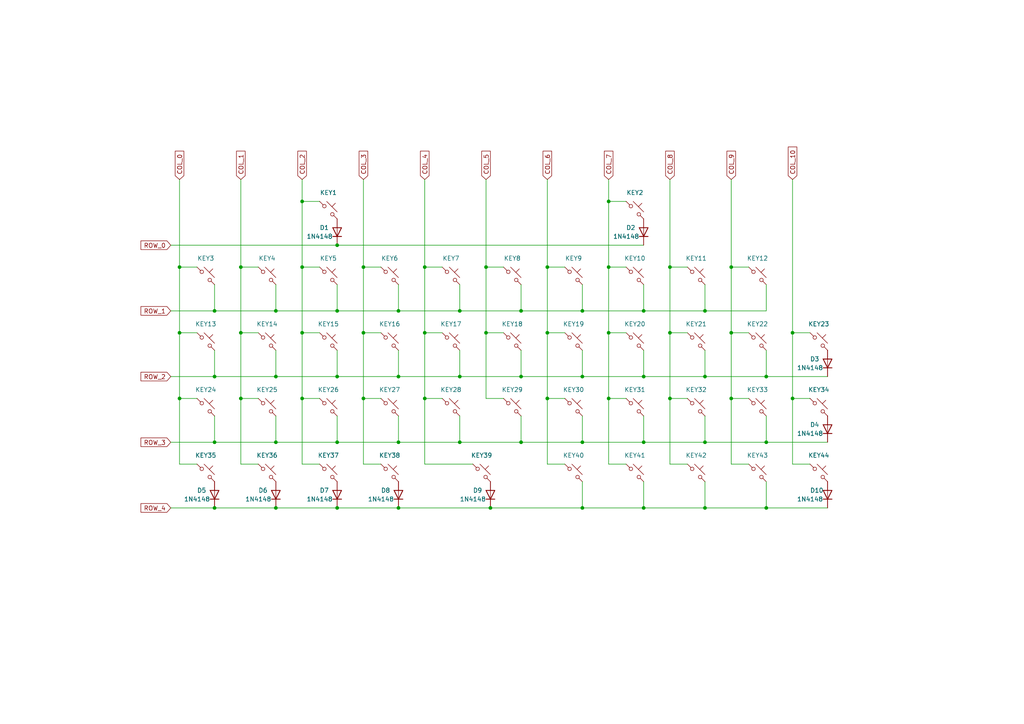
<source format=kicad_sch>
(kicad_sch (version 20230121) (generator eeschema)
  (paper "A4")
  (lib_symbols
    (symbol "Diode:1N4148" (pin_numbers hide) (pin_names (offset 1.016) hide)
      (property "Reference" "D" (at 0 2.54 0))
      (property "Value" "1N4148" (at 0 -2.54 0))
      (symbol "1N4148_0_1"
        (polyline (pts (xy -1.27 1.27) (xy -1.27 -1.27)) (stroke (width 0.254)))
        (polyline (pts (xy 1.27 0) (xy -1.27 0)))
        (polyline (pts (xy 1.27 1.27) (xy 1.27 -1.27) (xy -1.27 0) (xy 1.27 1.27)) (stroke (width 0.254)))
      )
      (symbol "1N4148_1_1"
        (pin passive line (at -3.81 0 0) (length 2.54) (name "K") (number "1"))
        (pin passive line (at 3.81 0 180) (length 2.54) (name "A") (number "2"))
      )
    )
    (symbol "Switch:SW_Push_45deg" (pin_numbers hide) (pin_names (offset 1.016) hide)
      (property "Reference" "SW" (at 3.048 1.016 0))
      (property "Value" "SW_Push_45deg" (at 0 -3.81 0))
      (symbol "SW_Push_45deg_0_1"
        (circle (center -1.1684 1.1684) (radius 0.508))
        (polyline (pts (xy -0.508 2.54) (xy 2.54 -0.508)))
        (polyline (pts (xy 1.016 1.016) (xy 2.032 2.032)))
        (polyline (pts (xy -2.54 2.54) (xy -1.524 1.524) (xy -1.524 1.524)))
        (polyline (pts (xy 1.524 -1.524) (xy 2.54 -2.54) (xy 2.54 -2.54) (xy 2.54 -2.54)))
        (circle (center 1.143 -1.1938) (radius 0.508))
        (pin passive line (at -2.54 2.54 0) (length 0) (name "1") (number "1"))
        (pin passive line (at 2.54 -2.54 180) (length 0) (name "2") (number "2"))
      )
    )
  )
  (junction (at 176.53 115.57))
  (junction (at 158.75 77.47))
  (junction (at 140.97 77.47))
  (junction (at 133.35 90.17))
  (junction (at 151.13 109.22))
  (junction (at 97.79 90.17))
  (junction (at 168.91 90.17))
  (junction (at 52.07 115.57))
  (junction (at 222.25 109.22))
  (junction (at 105.41 77.47))
  (junction (at 176.53 77.47))
  (junction (at 62.23 147.32))
  (junction (at 194.31 77.47))
  (junction (at 186.69 90.17))
  (junction (at 212.09 115.57))
  (junction (at 123.19 96.52))
  (junction (at 52.07 96.52))
  (junction (at 229.87 115.57))
  (junction (at 80.01 90.17))
  (junction (at 97.79 109.22))
  (junction (at 115.57 128.27))
  (junction (at 62.23 109.22))
  (junction (at 62.23 90.17))
  (junction (at 168.91 147.32))
  (junction (at 186.69 147.32))
  (junction (at 168.91 128.27))
  (junction (at 62.23 128.27))
  (junction (at 168.91 109.22))
  (junction (at 80.01 109.22))
  (junction (at 69.85 77.47))
  (junction (at 123.19 77.47))
  (junction (at 80.01 128.27))
  (junction (at 222.25 147.32))
  (junction (at 212.09 96.52))
  (junction (at 229.87 96.52))
  (junction (at 140.97 96.52))
  (junction (at 105.41 96.52))
  (junction (at 194.31 96.52))
  (junction (at 204.47 128.27))
  (junction (at 133.35 109.22))
  (junction (at 186.69 128.27))
  (junction (at 105.41 115.57))
  (junction (at 52.07 77.47))
  (junction (at 176.53 96.52))
  (junction (at 212.09 77.47))
  (junction (at 115.57 90.17))
  (junction (at 97.79 71.12))
  (junction (at 158.75 115.57))
  (junction (at 176.53 58.42))
  (junction (at 151.13 90.17))
  (junction (at 158.75 96.52))
  (junction (at 151.13 128.27))
  (junction (at 87.63 96.52))
  (junction (at 80.01 147.32))
  (junction (at 97.79 147.32))
  (junction (at 87.63 58.42))
  (junction (at 69.85 115.57))
  (junction (at 115.57 109.22))
  (junction (at 87.63 77.47))
  (junction (at 204.47 109.22))
  (junction (at 115.57 147.32))
  (junction (at 133.35 128.27))
  (junction (at 142.24 147.32))
  (junction (at 87.63 115.57))
  (junction (at 123.19 115.57))
  (junction (at 204.47 147.32))
  (junction (at 204.47 90.17))
  (junction (at 69.85 96.52))
  (junction (at 222.25 128.27))
  (junction (at 194.31 115.57))
  (junction (at 97.79 128.27))
  (junction (at 186.69 109.22))
  (wire (pts (xy 87.63 58.42) (xy 87.63 77.47)))
  (wire (pts (xy 204.47 109.22) (xy 222.25 109.22)))
  (wire (pts (xy 80.01 128.27) (xy 97.79 128.27)))
  (wire (pts (xy 97.79 147.32) (xy 115.57 147.32)))
  (wire (pts (xy 212.09 52.07) (xy 212.09 77.47)))
  (wire (pts (xy 222.25 109.22) (xy 240.03 109.22)))
  (wire (pts (xy 123.19 52.07) (xy 123.19 77.47)))
  (wire (pts (xy 52.07 96.52) (xy 52.07 115.57)))
  (wire (pts (xy 140.97 52.07) (xy 140.97 77.47)))
  (wire (pts (xy 52.07 115.57) (xy 52.07 134.62)))
  (wire (pts (xy 168.91 147.32) (xy 186.69 147.32)))
  (wire (pts (xy 212.09 96.52) (xy 212.09 115.57)))
  (wire (pts (xy 142.24 147.32) (xy 168.91 147.32)))
  (wire (pts (xy 97.79 82.55) (xy 97.79 90.17)))
  (wire (pts (xy 176.53 52.07) (xy 176.53 58.42)))
  (wire (pts (xy 222.25 101.6) (xy 222.25 109.22)))
  (wire (pts (xy 105.41 115.57) (xy 110.49 115.57)))
  (wire (pts (xy 194.31 96.52) (xy 199.39 96.52)))
  (wire (pts (xy 49.53 109.22) (xy 62.23 109.22)))
  (wire (pts (xy 123.19 77.47) (xy 128.27 77.47)))
  (wire (pts (xy 123.19 134.62) (xy 137.16 134.62)))
  (wire (pts (xy 204.47 120.65) (xy 204.47 128.27)))
  (wire (pts (xy 49.53 128.27) (xy 62.23 128.27)))
  (wire (pts (xy 140.97 115.57) (xy 146.05 115.57)))
  (wire (pts (xy 140.97 96.52) (xy 140.97 115.57)))
  (wire (pts (xy 52.07 115.57) (xy 57.15 115.57)))
  (wire (pts (xy 140.97 96.52) (xy 146.05 96.52)))
  (wire (pts (xy 158.75 96.52) (xy 158.75 115.57)))
  (wire (pts (xy 115.57 82.55) (xy 115.57 90.17)))
  (wire (pts (xy 80.01 82.55) (xy 80.01 90.17)))
  (wire (pts (xy 176.53 58.42) (xy 181.61 58.42)))
  (wire (pts (xy 52.07 77.47) (xy 57.15 77.47)))
  (wire (pts (xy 123.19 77.47) (xy 123.19 96.52)))
  (wire (pts (xy 151.13 120.65) (xy 151.13 128.27)))
  (wire (pts (xy 176.53 134.62) (xy 181.61 134.62)))
  (wire (pts (xy 80.01 147.32) (xy 97.79 147.32)))
  (wire (pts (xy 105.41 96.52) (xy 105.41 115.57)))
  (wire (pts (xy 105.41 77.47) (xy 110.49 77.47)))
  (wire (pts (xy 97.79 120.65) (xy 97.79 128.27)))
  (wire (pts (xy 229.87 115.57) (xy 229.87 134.62)))
  (wire (pts (xy 158.75 134.62) (xy 163.83 134.62)))
  (wire (pts (xy 212.09 96.52) (xy 217.17 96.52)))
  (wire (pts (xy 186.69 139.7) (xy 186.69 147.32)))
  (wire (pts (xy 186.69 82.55) (xy 186.69 90.17)))
  (wire (pts (xy 52.07 134.62) (xy 57.15 134.62)))
  (wire (pts (xy 212.09 134.62) (xy 217.17 134.62)))
  (wire (pts (xy 158.75 96.52) (xy 163.83 96.52)))
  (wire (pts (xy 80.01 120.65) (xy 80.01 128.27)))
  (wire (pts (xy 115.57 109.22) (xy 133.35 109.22)))
  (wire (pts (xy 115.57 101.6) (xy 115.57 109.22)))
  (wire (pts (xy 69.85 115.57) (xy 69.85 134.62)))
  (wire (pts (xy 62.23 147.32) (xy 80.01 147.32)))
  (wire (pts (xy 87.63 77.47) (xy 92.71 77.47)))
  (wire (pts (xy 176.53 96.52) (xy 181.61 96.52)))
  (wire (pts (xy 168.91 120.65) (xy 168.91 128.27)))
  (wire (pts (xy 151.13 90.17) (xy 168.91 90.17)))
  (wire (pts (xy 229.87 52.07) (xy 229.87 96.52)))
  (wire (pts (xy 115.57 128.27) (xy 133.35 128.27)))
  (wire (pts (xy 204.47 139.7) (xy 204.47 147.32)))
  (wire (pts (xy 168.91 101.6) (xy 168.91 109.22)))
  (wire (pts (xy 222.25 128.27) (xy 240.03 128.27)))
  (wire (pts (xy 140.97 77.47) (xy 140.97 96.52)))
  (wire (pts (xy 151.13 109.22) (xy 168.91 109.22)))
  (wire (pts (xy 69.85 77.47) (xy 74.93 77.47)))
  (wire (pts (xy 212.09 115.57) (xy 212.09 134.62)))
  (wire (pts (xy 69.85 77.47) (xy 69.85 96.52)))
  (wire (pts (xy 87.63 96.52) (xy 92.71 96.52)))
  (wire (pts (xy 212.09 77.47) (xy 217.17 77.47)))
  (wire (pts (xy 186.69 101.6) (xy 186.69 109.22)))
  (wire (pts (xy 229.87 96.52) (xy 234.95 96.52)))
  (wire (pts (xy 105.41 134.62) (xy 110.49 134.62)))
  (wire (pts (xy 123.19 96.52) (xy 123.19 115.57)))
  (wire (pts (xy 194.31 134.62) (xy 199.39 134.62)))
  (wire (pts (xy 52.07 77.47) (xy 52.07 96.52)))
  (wire (pts (xy 194.31 77.47) (xy 194.31 96.52)))
  (wire (pts (xy 151.13 128.27) (xy 168.91 128.27)))
  (wire (pts (xy 194.31 77.47) (xy 199.39 77.47)))
  (wire (pts (xy 229.87 96.52) (xy 229.87 115.57)))
  (wire (pts (xy 69.85 96.52) (xy 69.85 115.57)))
  (wire (pts (xy 168.91 139.7) (xy 168.91 147.32)))
  (wire (pts (xy 176.53 58.42) (xy 176.53 77.47)))
  (wire (pts (xy 62.23 90.17) (xy 80.01 90.17)))
  (wire (pts (xy 97.79 128.27) (xy 115.57 128.27)))
  (wire (pts (xy 62.23 128.27) (xy 80.01 128.27)))
  (wire (pts (xy 97.79 101.6) (xy 97.79 109.22)))
  (wire (pts (xy 168.91 128.27) (xy 186.69 128.27)))
  (wire (pts (xy 176.53 115.57) (xy 176.53 134.62)))
  (wire (pts (xy 97.79 109.22) (xy 115.57 109.22)))
  (wire (pts (xy 62.23 120.65) (xy 62.23 128.27)))
  (wire (pts (xy 176.53 77.47) (xy 181.61 77.47)))
  (wire (pts (xy 62.23 101.6) (xy 62.23 109.22)))
  (wire (pts (xy 212.09 77.47) (xy 212.09 96.52)))
  (wire (pts (xy 87.63 115.57) (xy 92.71 115.57)))
  (wire (pts (xy 115.57 90.17) (xy 133.35 90.17)))
  (wire (pts (xy 69.85 134.62) (xy 74.93 134.62)))
  (wire (pts (xy 133.35 90.17) (xy 151.13 90.17)))
  (wire (pts (xy 222.25 139.7) (xy 222.25 147.32)))
  (wire (pts (xy 105.41 52.07) (xy 105.41 77.47)))
  (wire (pts (xy 49.53 71.12) (xy 97.79 71.12)))
  (wire (pts (xy 69.85 115.57) (xy 74.93 115.57)))
  (wire (pts (xy 123.19 96.52) (xy 128.27 96.52)))
  (wire (pts (xy 52.07 52.07) (xy 52.07 77.47)))
  (wire (pts (xy 222.25 120.65) (xy 222.25 128.27)))
  (wire (pts (xy 194.31 96.52) (xy 194.31 115.57)))
  (wire (pts (xy 62.23 109.22) (xy 80.01 109.22)))
  (wire (pts (xy 204.47 82.55) (xy 204.47 90.17)))
  (wire (pts (xy 133.35 128.27) (xy 151.13 128.27)))
  (wire (pts (xy 80.01 90.17) (xy 97.79 90.17)))
  (wire (pts (xy 52.07 96.52) (xy 57.15 96.52)))
  (wire (pts (xy 151.13 82.55) (xy 151.13 90.17)))
  (wire (pts (xy 186.69 109.22) (xy 204.47 109.22)))
  (wire (pts (xy 97.79 90.17) (xy 115.57 90.17)))
  (wire (pts (xy 158.75 77.47) (xy 163.83 77.47)))
  (wire (pts (xy 222.25 147.32) (xy 240.03 147.32)))
  (wire (pts (xy 194.31 52.07) (xy 194.31 77.47)))
  (wire (pts (xy 133.35 82.55) (xy 133.35 90.17)))
  (wire (pts (xy 69.85 52.07) (xy 69.85 77.47)))
  (wire (pts (xy 133.35 101.6) (xy 133.35 109.22)))
  (wire (pts (xy 176.53 77.47) (xy 176.53 96.52)))
  (wire (pts (xy 204.47 128.27) (xy 222.25 128.27)))
  (wire (pts (xy 123.19 115.57) (xy 123.19 134.62)))
  (wire (pts (xy 158.75 115.57) (xy 163.83 115.57)))
  (wire (pts (xy 151.13 101.6) (xy 151.13 109.22)))
  (wire (pts (xy 49.53 90.17) (xy 62.23 90.17)))
  (wire (pts (xy 87.63 77.47) (xy 87.63 96.52)))
  (wire (pts (xy 133.35 120.65) (xy 133.35 128.27)))
  (wire (pts (xy 87.63 115.57) (xy 87.63 134.62)))
  (wire (pts (xy 194.31 115.57) (xy 194.31 134.62)))
  (wire (pts (xy 133.35 109.22) (xy 151.13 109.22)))
  (wire (pts (xy 62.23 82.55) (xy 62.23 90.17)))
  (wire (pts (xy 204.47 147.32) (xy 222.25 147.32)))
  (wire (pts (xy 186.69 128.27) (xy 204.47 128.27)))
  (wire (pts (xy 87.63 134.62) (xy 92.71 134.62)))
  (wire (pts (xy 229.87 134.62) (xy 234.95 134.62)))
  (wire (pts (xy 105.41 115.57) (xy 105.41 134.62)))
  (wire (pts (xy 194.31 115.57) (xy 199.39 115.57)))
  (wire (pts (xy 212.09 115.57) (xy 217.17 115.57)))
  (wire (pts (xy 80.01 101.6) (xy 80.01 109.22)))
  (wire (pts (xy 87.63 58.42) (xy 92.71 58.42)))
  (wire (pts (xy 87.63 52.07) (xy 87.63 58.42)))
  (wire (pts (xy 186.69 147.32) (xy 204.47 147.32)))
  (wire (pts (xy 80.01 109.22) (xy 97.79 109.22)))
  (wire (pts (xy 97.79 71.12) (xy 186.69 71.12)))
  (wire (pts (xy 229.87 115.57) (xy 234.95 115.57)))
  (wire (pts (xy 140.97 77.47) (xy 146.05 77.47)))
  (wire (pts (xy 168.91 109.22) (xy 186.69 109.22)))
  (wire (pts (xy 204.47 90.17) (xy 222.25 90.17)))
  (wire (pts (xy 158.75 77.47) (xy 158.75 96.52)))
  (wire (pts (xy 222.25 82.55) (xy 222.25 90.17)))
  (wire (pts (xy 186.69 120.65) (xy 186.69 128.27)))
  (wire (pts (xy 186.69 90.17) (xy 204.47 90.17)))
  (wire (pts (xy 87.63 96.52) (xy 87.63 115.57)))
  (wire (pts (xy 168.91 90.17) (xy 186.69 90.17)))
  (wire (pts (xy 168.91 82.55) (xy 168.91 90.17)))
  (wire (pts (xy 204.47 101.6) (xy 204.47 109.22)))
  (wire (pts (xy 105.41 77.47) (xy 105.41 96.52)))
  (wire (pts (xy 158.75 52.07) (xy 158.75 77.47)))
  (wire (pts (xy 115.57 147.32) (xy 142.24 147.32)))
  (wire (pts (xy 123.19 115.57) (xy 128.27 115.57)))
  (wire (pts (xy 158.75 115.57) (xy 158.75 134.62)))
  (wire (pts (xy 49.53 147.32) (xy 62.23 147.32)))
  (wire (pts (xy 176.53 115.57) (xy 181.61 115.57)))
  (wire (pts (xy 69.85 96.52) (xy 74.93 96.52)))
  (wire (pts (xy 105.41 96.52) (xy 110.49 96.52)))
  (wire (pts (xy 176.53 96.52) (xy 176.53 115.57)))
  (wire (pts (xy 115.57 120.65) (xy 115.57 128.27)))
  (global_label "ROW_0" (shape input) (at 49.53 71.12 180) (property "Intersheetrefs" "${INTERSHEET_REFS}" (effects hide)))
  (global_label "COL_8" (shape input) (at 194.31 52.07 90) (property "Intersheetrefs" "${INTERSHEET_REFS}" (effects hide)))
  (global_label "COL_3" (shape input) (at 105.41 52.07 90) (property "Intersheetrefs" "${INTERSHEET_REFS}" (effects hide)))
  (global_label "COL_9" (shape input) (at 212.09 52.07 90) (property "Intersheetrefs" "${INTERSHEET_REFS}" (effects hide)))
  (global_label "COL_2" (shape input) (at 87.63 52.07 90) (property "Intersheetrefs" "${INTERSHEET_REFS}" (effects hide)))
  (global_label "COL_5" (shape input) (at 140.97 52.07 90) (property "Intersheetrefs" "${INTERSHEET_REFS}" (effects hide)))
  (global_label "ROW_3" (shape input) (at 49.53 128.27 180) (property "Intersheetrefs" "${INTERSHEET_REFS}" (effects hide)))
  (global_label "COL_4" (shape input) (at 123.19 52.07 90) (property "Intersheetrefs" "${INTERSHEET_REFS}" (effects hide)))
  (global_label "COL_7" (shape input) (at 176.53 52.07 90) (property "Intersheetrefs" "${INTERSHEET_REFS}" (effects hide)))
  (global_label "COL_10" (shape input) (at 229.87 52.07 90) (property "Intersheetrefs" "${INTERSHEET_REFS}" (effects hide)))
  (global_label "ROW_4" (shape input) (at 49.53 147.32 180) (property "Intersheetrefs" "${INTERSHEET_REFS}" (effects hide)))
  (global_label "ROW_1" (shape input) (at 49.53 90.17 180) (property "Intersheetrefs" "${INTERSHEET_REFS}" (effects hide)))
  (global_label "COL_0" (shape input) (at 52.07 52.07 90) (property "Intersheetrefs" "${INTERSHEET_REFS}" (effects hide)))
  (global_label "ROW_2" (shape input) (at 49.53 109.22 180) (property "Intersheetrefs" "${INTERSHEET_REFS}" (effects hide)))
  (global_label "COL_6" (shape input) (at 158.75 52.07 90) (property "Intersheetrefs" "${INTERSHEET_REFS}" (effects hide)))
  (global_label "COL_1" (shape input) (at 69.85 52.07 90) (property "Intersheetrefs" "${INTERSHEET_REFS}" (effects hide)))
  (symbol (lib_id "Switch:SW_Push_45deg") (at 130.81 99.06 0) (unit 1)
    (property "Reference" "KEY17" (at 130.81 93.98 0))
    (property "Value" "SW_Push_45deg" (effects hide))
    (property "Footprint" "Miniboard:SW_1TS015A" (effects hide))
  )
  (symbol (lib_id "Switch:SW_Push_45deg") (at 148.59 99.06 0) (unit 1)
    (property "Reference" "KEY18" (at 148.59 93.98 0))
    (property "Value" "SW_Push_45deg" (effects hide))
    (property "Footprint" "Miniboard:SW_1TS015A" (effects hide))
  )
  (symbol (lib_id "Switch:SW_Push_45deg") (at 201.93 99.06 0) (unit 1)
    (property "Reference" "KEY21" (at 201.93 93.98 0))
    (property "Value" "SW_Push_45deg" (effects hide))
    (property "Footprint" "Miniboard:SW_1TS015A" (effects hide))
  )
  (symbol (lib_id "Diode:1N4148") (at 186.69 67.31 90) (unit 1)
    (property "Reference" "D2" (at 181.61 66.04 90) (effects (justify right)))
    (property "Value" "1N4148" (at 177.8 68.58 90) (effects (justify right)))
    (property "Footprint" "Diode_SMD:D_SOD-323_HandSoldering" (effects hide))
    (property "Datasheet" "https://assets.nexperia.com/documents/data-sheet/1N4148_1N4448.pdf" (effects hide))
    (property "LCSC" "C81598" (effects hide))
    (property "MFR. Part #" "1N4148W" (effects hide))
  )
  (symbol (lib_id "Switch:SW_Push_45deg") (at 95.25 60.96 0) (unit 1)
    (property "Reference" "KEY1" (at 95.25 55.88 0))
    (property "Value" "SW_Push_45deg" (effects hide))
    (property "Footprint" "Miniboard:SW_2x4x3.5mm_side" (effects hide))
  )
  (symbol (lib_id "Diode:1N4148") (at 115.57 143.51 90) (unit 1)
    (property "Reference" "D8" (at 110.49 142.24 90) (effects (justify right)))
    (property "Value" "1N4148" (at 106.68 144.78 90) (effects (justify right)))
    (property "Footprint" "Diode_SMD:D_SOD-323_HandSoldering" (effects hide))
    (property "Datasheet" "https://assets.nexperia.com/documents/data-sheet/1N4148_1N4448.pdf" (effects hide))
    (property "LCSC" "C81598" (effects hide))
    (property "MFR. Part #" "1N4148W" (effects hide))
  )
  (symbol (lib_id "Diode:1N4148") (at 142.24 143.51 90) (unit 1)
    (property "Reference" "D9" (at 137.16 142.24 90) (effects (justify right)))
    (property "Value" "1N4148" (at 133.35 144.78 90) (effects (justify right)))
    (property "Footprint" "Diode_SMD:D_SOD-323_HandSoldering" (effects hide))
    (property "Datasheet" "https://assets.nexperia.com/documents/data-sheet/1N4148_1N4448.pdf" (effects hide))
    (property "LCSC" "C81598" (effects hide))
    (property "MFR. Part #" "1N4148W" (effects hide))
  )
  (symbol (lib_id "Switch:SW_Push_45deg") (at 95.25 118.11 0) (unit 1)
    (property "Reference" "KEY26" (at 95.25 113.03 0))
    (property "Value" "SW_Push_45deg" (effects hide))
    (property "Footprint" "Miniboard:SW_1TS015A" (effects hide))
  )
  (symbol (lib_id "Switch:SW_Push_45deg") (at 113.03 137.16 0) (unit 1)
    (property "Reference" "KEY38" (at 113.03 132.08 0))
    (property "Value" "SW_Push_45deg" (effects hide))
    (property "Footprint" "Miniboard:SW_1TS015A" (effects hide))
  )
  (symbol (lib_id "Switch:SW_Push_45deg") (at 59.69 99.06 0) (unit 1)
    (property "Reference" "KEY13" (at 59.69 93.98 0))
    (property "Value" "SW_Push_45deg" (effects hide))
    (property "Footprint" "Miniboard:SW_1TS015A" (effects hide))
  )
  (symbol (lib_id "Diode:1N4148") (at 240.03 143.51 90) (unit 1)
    (property "Reference" "D10" (at 234.95 142.24 90) (effects (justify right)))
    (property "Value" "1N4148" (at 231.14 144.78 90) (effects (justify right)))
    (property "Footprint" "Diode_SMD:D_SOD-323_HandSoldering" (effects hide))
    (property "Datasheet" "https://assets.nexperia.com/documents/data-sheet/1N4148_1N4448.pdf" (effects hide))
    (property "LCSC" "C81598" (effects hide))
    (property "MFR. Part #" "1N4148W" (effects hide))
  )
  (symbol (lib_id "Switch:SW_Push_45deg") (at 237.49 137.16 0) (unit 1)
    (property "Reference" "KEY44" (at 237.49 132.08 0))
    (property "Value" "SW_Push_45deg" (effects hide))
    (property "Footprint" "Miniboard:SW_1TS015A" (effects hide))
  )
  (symbol (lib_id "Switch:SW_Push_45deg") (at 201.93 137.16 0) (unit 1)
    (property "Reference" "KEY42" (at 201.93 132.08 0))
    (property "Value" "SW_Push_45deg" (effects hide))
    (property "Footprint" "Miniboard:SW_1TS015A" (effects hide))
  )
  (symbol (lib_id "Switch:SW_Push_45deg") (at 219.71 137.16 0) (unit 1)
    (property "Reference" "KEY43" (at 219.71 132.08 0))
    (property "Value" "SW_Push_45deg" (effects hide))
    (property "Footprint" "Miniboard:SW_1TS015A" (effects hide))
  )
  (symbol (lib_id "Switch:SW_Push_45deg") (at 201.93 118.11 0) (unit 1)
    (property "Reference" "KEY32" (at 201.93 113.03 0))
    (property "Value" "SW_Push_45deg" (effects hide))
    (property "Footprint" "Miniboard:SW_1TS015A" (effects hide))
  )
  (symbol (lib_id "Switch:SW_Push_45deg") (at 148.59 80.01 0) (unit 1)
    (property "Reference" "KEY8" (at 148.59 74.93 0))
    (property "Value" "SW_Push_45deg" (effects hide))
    (property "Footprint" "Miniboard:SW_1TS015A" (effects hide))
  )
  (symbol (lib_id "Switch:SW_Push_45deg") (at 184.15 99.06 0) (unit 1)
    (property "Reference" "KEY20" (at 184.15 93.98 0))
    (property "Value" "SW_Push_45deg" (effects hide))
    (property "Footprint" "Miniboard:SW_1TS015A" (effects hide))
  )
  (symbol (lib_id "Switch:SW_Push_45deg") (at 201.93 80.01 0) (unit 1)
    (property "Reference" "KEY11" (at 201.93 74.93 0))
    (property "Value" "SW_Push_45deg" (effects hide))
    (property "Footprint" "Miniboard:SW_1TS015A" (effects hide))
  )
  (symbol (lib_id "Diode:1N4148") (at 240.03 105.41 90) (unit 1)
    (property "Reference" "D3" (at 234.95 104.14 90) (effects (justify right)))
    (property "Value" "1N4148" (at 231.14 106.68 90) (effects (justify right)))
    (property "Footprint" "Diode_SMD:D_SOD-323_HandSoldering" (effects hide))
    (property "Datasheet" "https://assets.nexperia.com/documents/data-sheet/1N4148_1N4448.pdf" (effects hide))
    (property "LCSC" "C81598" (effects hide))
    (property "MFR. Part #" "1N4148W" (effects hide))
  )
  (symbol (lib_id "Switch:SW_Push_45deg") (at 139.7 137.16 0) (unit 1)
    (property "Reference" "KEY39" (at 139.7 132.08 0))
    (property "Value" "SW_Push_45deg" (effects hide))
    (property "Footprint" "Miniboard:SW_1TS015A" (effects hide))
  )
  (symbol (lib_id "Switch:SW_Push_45deg") (at 219.71 99.06 0) (unit 1)
    (property "Reference" "KEY22" (at 219.71 93.98 0))
    (property "Value" "SW_Push_45deg" (effects hide))
    (property "Footprint" "Miniboard:SW_1TS015A" (effects hide))
  )
  (symbol (lib_id "Switch:SW_Push_45deg") (at 77.47 118.11 0) (unit 1)
    (property "Reference" "KEY25" (at 77.47 113.03 0))
    (property "Value" "SW_Push_45deg" (effects hide))
    (property "Footprint" "Miniboard:SW_1TS015A" (effects hide))
  )
  (symbol (lib_id "Switch:SW_Push_45deg") (at 184.15 137.16 0) (unit 1)
    (property "Reference" "KEY41" (at 184.15 132.08 0))
    (property "Value" "SW_Push_45deg" (effects hide))
    (property "Footprint" "Miniboard:SW_1TS015A" (effects hide))
  )
  (symbol (lib_id "Switch:SW_Push_45deg") (at 77.47 80.01 0) (unit 1)
    (property "Reference" "KEY4" (at 77.47 74.93 0))
    (property "Value" "SW_Push_45deg" (effects hide))
    (property "Footprint" "Miniboard:SW_1TS015A" (effects hide))
  )
  (symbol (lib_id "Switch:SW_Push_45deg") (at 113.03 99.06 0) (unit 1)
    (property "Reference" "KEY16" (at 113.03 93.98 0))
    (property "Value" "SW_Push_45deg" (effects hide))
    (property "Footprint" "Miniboard:SW_1TS015A" (effects hide))
  )
  (symbol (lib_id "Diode:1N4148") (at 97.79 143.51 90) (unit 1)
    (property "Reference" "D7" (at 92.71 142.24 90) (effects (justify right)))
    (property "Value" "1N4148" (at 88.9 144.78 90) (effects (justify right)))
    (property "Footprint" "Diode_SMD:D_SOD-323_HandSoldering" (effects hide))
    (property "Datasheet" "https://assets.nexperia.com/documents/data-sheet/1N4148_1N4448.pdf" (effects hide))
    (property "LCSC" "C81598" (effects hide))
    (property "MFR. Part #" "1N4148W" (effects hide))
  )
  (symbol (lib_id "Switch:SW_Push_45deg") (at 95.25 137.16 0) (unit 1)
    (property "Reference" "KEY37" (at 95.25 132.08 0))
    (property "Value" "SW_Push_45deg" (effects hide))
    (property "Footprint" "Miniboard:SW_1TS015A" (effects hide))
  )
  (symbol (lib_id "Switch:SW_Push_45deg") (at 219.71 118.11 0) (unit 1)
    (property "Reference" "KEY33" (at 219.71 113.03 0))
    (property "Value" "SW_Push_45deg" (effects hide))
    (property "Footprint" "Miniboard:SW_1TS015A" (effects hide))
  )
  (symbol (lib_id "Switch:SW_Push_45deg") (at 166.37 99.06 0) (unit 1)
    (property "Reference" "KEY19" (at 166.37 93.98 0))
    (property "Value" "SW_Push_45deg" (effects hide))
    (property "Footprint" "Miniboard:SW_1TS015A" (effects hide))
  )
  (symbol (lib_id "Switch:SW_Push_45deg") (at 59.69 80.01 0) (unit 1)
    (property "Reference" "KEY3" (at 59.69 74.93 0))
    (property "Value" "SW_Push_45deg" (effects hide))
    (property "Footprint" "Miniboard:SW_1TS015A" (effects hide))
  )
  (symbol (lib_id "Switch:SW_Push_45deg") (at 166.37 137.16 0) (unit 1)
    (property "Reference" "KEY40" (at 166.37 132.08 0))
    (property "Value" "SW_Push_45deg" (effects hide))
    (property "Footprint" "Miniboard:SW_1TS015A" (effects hide))
  )
  (symbol (lib_id "Switch:SW_Push_45deg") (at 113.03 118.11 0) (unit 1)
    (property "Reference" "KEY27" (at 113.03 113.03 0))
    (property "Value" "SW_Push_45deg" (effects hide))
    (property "Footprint" "Miniboard:SW_1TS015A" (effects hide))
  )
  (symbol (lib_id "Switch:SW_Push_45deg") (at 219.71 80.01 0) (unit 1)
    (property "Reference" "KEY12" (at 219.71 74.93 0))
    (property "Value" "SW_Push_45deg" (effects hide))
    (property "Footprint" "Miniboard:SW_1TS015A" (effects hide))
  )
  (symbol (lib_id "Switch:SW_Push_45deg") (at 130.81 118.11 0) (unit 1)
    (property "Reference" "KEY28" (at 130.81 113.03 0))
    (property "Value" "SW_Push_45deg" (effects hide))
    (property "Footprint" "Miniboard:SW_1TS015A" (effects hide))
  )
  (symbol (lib_id "Switch:SW_Push_45deg") (at 166.37 118.11 0) (unit 1)
    (property "Reference" "KEY30" (at 166.37 113.03 0))
    (property "Value" "SW_Push_45deg" (effects hide))
    (property "Footprint" "Miniboard:SW_1TS015A" (effects hide))
  )
  (symbol (lib_id "Switch:SW_Push_45deg") (at 148.59 118.11 0) (unit 1)
    (property "Reference" "KEY29" (at 148.59 113.03 0))
    (property "Value" "SW_Push_45deg" (effects hide))
    (property "Footprint" "Miniboard:SW_1TS015A" (effects hide))
  )
  (symbol (lib_id "Diode:1N4148") (at 240.03 124.46 90) (unit 1)
    (property "Reference" "D4" (at 234.95 123.19 90) (effects (justify right)))
    (property "Value" "1N4148" (at 231.14 125.73 90) (effects (justify right)))
    (property "Footprint" "Diode_SMD:D_SOD-323_HandSoldering" (effects hide))
    (property "Datasheet" "https://assets.nexperia.com/documents/data-sheet/1N4148_1N4448.pdf" (effects hide))
    (property "LCSC" "C81598" (effects hide))
    (property "MFR. Part #" "1N4148W" (effects hide))
  )
  (symbol (lib_id "Switch:SW_Push_45deg") (at 95.25 80.01 0) (unit 1)
    (property "Reference" "KEY5" (at 95.25 74.93 0))
    (property "Value" "SW_Push_45deg" (effects hide))
    (property "Footprint" "Miniboard:SW_1TS015A" (effects hide))
  )
  (symbol (lib_id "Switch:SW_Push_45deg") (at 113.03 80.01 0) (unit 1)
    (property "Reference" "KEY6" (at 113.03 74.93 0))
    (property "Value" "SW_Push_45deg" (effects hide))
    (property "Footprint" "Miniboard:SW_1TS015A" (effects hide))
  )
  (symbol (lib_id "Switch:SW_Push_45deg") (at 184.15 60.96 0) (unit 1)
    (property "Reference" "KEY2" (at 184.15 55.88 0))
    (property "Value" "SW_Push_45deg" (effects hide))
    (property "Footprint" "Miniboard:SW_2x4x3.5mm_side" (effects hide))
  )
  (symbol (lib_id "Switch:SW_Push_45deg") (at 77.47 99.06 0) (unit 1)
    (property "Reference" "KEY14" (at 77.47 93.98 0))
    (property "Value" "SW_Push_45deg" (effects hide))
    (property "Footprint" "Miniboard:SW_1TS015A" (effects hide))
  )
  (symbol (lib_id "Switch:SW_Push_45deg") (at 184.15 118.11 0) (unit 1)
    (property "Reference" "KEY31" (at 184.15 113.03 0))
    (property "Value" "SW_Push_45deg" (effects hide))
    (property "Footprint" "Miniboard:SW_1TS015A" (effects hide))
  )
  (symbol (lib_id "Switch:SW_Push_45deg") (at 77.47 137.16 0) (unit 1)
    (property "Reference" "KEY36" (at 77.47 132.08 0))
    (property "Value" "SW_Push_45deg" (effects hide))
    (property "Footprint" "Miniboard:SW_1TS015A" (effects hide))
  )
  (symbol (lib_id "Switch:SW_Push_45deg") (at 130.81 80.01 0) (unit 1)
    (property "Reference" "KEY7" (at 130.81 74.93 0))
    (property "Value" "SW_Push_45deg" (effects hide))
    (property "Footprint" "Miniboard:SW_1TS015A" (effects hide))
  )
  (symbol (lib_id "Diode:1N4148") (at 80.01 143.51 90) (unit 1)
    (property "Reference" "D6" (at 74.93 142.24 90) (effects (justify right)))
    (property "Value" "1N4148" (at 71.12 144.78 90) (effects (justify right)))
    (property "Footprint" "Diode_SMD:D_SOD-323_HandSoldering" (effects hide))
    (property "Datasheet" "https://assets.nexperia.com/documents/data-sheet/1N4148_1N4448.pdf" (effects hide))
    (property "LCSC" "C81598" (effects hide))
    (property "MFR. Part #" "1N4148W" (effects hide))
  )
  (symbol (lib_id "Switch:SW_Push_45deg") (at 59.69 118.11 0) (unit 1)
    (property "Reference" "KEY24" (at 59.69 113.03 0))
    (property "Value" "SW_Push_45deg" (effects hide))
    (property "Footprint" "Miniboard:SW_1TS015A" (effects hide))
  )
  (symbol (lib_id "Diode:1N4148") (at 97.79 67.31 90) (unit 1)
    (property "Reference" "D1" (at 92.71 66.04 90) (effects (justify right)))
    (property "Value" "1N4148" (at 88.9 68.58 90) (effects (justify right)))
    (property "Footprint" "Diode_SMD:D_SOD-323_HandSoldering" (effects hide))
    (property "Datasheet" "https://assets.nexperia.com/documents/data-sheet/1N4148_1N4448.pdf" (effects hide))
    (property "LCSC" "C81598" (effects hide))
    (property "MFR. Part #" "1N4148W" (effects hide))
  )
  (symbol (lib_id "Switch:SW_Push_45deg") (at 184.15 80.01 0) (unit 1)
    (property "Reference" "KEY10" (at 184.15 74.93 0))
    (property "Value" "SW_Push_45deg" (effects hide))
    (property "Footprint" "Miniboard:SW_1TS015A" (effects hide))
  )
  (symbol (lib_id "Switch:SW_Push_45deg") (at 95.25 99.06 0) (unit 1)
    (property "Reference" "KEY15" (at 95.25 93.98 0))
    (property "Value" "SW_Push_45deg" (effects hide))
    (property "Footprint" "Miniboard:SW_1TS015A" (effects hide))
  )
  (symbol (lib_id "Switch:SW_Push_45deg") (at 166.37 80.01 0) (unit 1)
    (property "Reference" "KEY9" (at 166.37 74.93 0))
    (property "Value" "SW_Push_45deg" (effects hide))
    (property "Footprint" "Miniboard:SW_1TS015A" (effects hide))
  )
  (symbol (lib_id "Switch:SW_Push_45deg") (at 237.49 99.06 0) (unit 1)
    (property "Reference" "KEY23" (at 237.49 93.98 0))
    (property "Value" "SW_Push_45deg" (effects hide))
    (property "Footprint" "Miniboard:SW_1TS015A" (effects hide))
  )
  (symbol (lib_id "Switch:SW_Push_45deg") (at 237.49 118.11 0) (unit 1)
    (property "Reference" "KEY34" (at 237.49 113.03 0))
    (property "Value" "SW_Push_45deg" (effects hide))
    (property "Footprint" "Miniboard:SW_1TS015A" (effects hide))
  )
  (symbol (lib_id "Switch:SW_Push_45deg") (at 59.69 137.16 0) (unit 1)
    (property "Reference" "KEY35" (at 59.69 132.08 0))
    (property "Value" "SW_Push_45deg" (effects hide))
    (property "Footprint" "Miniboard:SW_1TS015A" (effects hide))
  )
  (symbol (lib_id "Diode:1N4148") (at 62.23 143.51 90) (unit 1)
    (property "Reference" "D5" (at 57.15 142.24 90) (effects (justify right)))
    (property "Value" "1N4148" (at 53.34 144.78 90) (effects (justify right)))
    (property "Footprint" "Diode_SMD:D_SOD-323_HandSoldering" (effects hide))
    (property "Datasheet" "https://assets.nexperia.com/documents/data-sheet/1N4148_1N4448.pdf" (effects hide))
    (property "LCSC" "C81598" (effects hide))
    (property "MFR. Part #" "1N4148W" (effects hide))
  )
)
</source>
